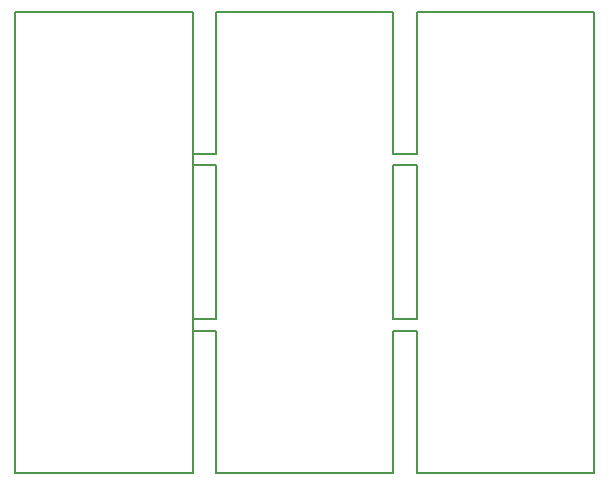
<source format=gm1>
G04 #@! TF.FileFunction,Profile,NP*
%FSLAX46Y46*%
G04 Gerber Fmt 4.6, Leading zero omitted, Abs format (unit mm)*
G04 Created by KiCad (PCBNEW 4.0.2-4+6225~38~ubuntu15.10.1-stable) date Mon 28 Mar 2016 23:46:11 BST*
%MOMM*%
G01*
G04 APERTURE LIST*
%ADD10C,0.100000*%
%ADD11C,0.150000*%
G04 APERTURE END LIST*
D10*
D11*
X148000000Y-102000000D02*
X148000000Y-89000000D01*
X150000000Y-102000000D02*
X148000000Y-102000000D01*
X150000000Y-89000000D02*
X150000000Y-102000000D01*
X148000000Y-89000000D02*
X150000000Y-89000000D01*
X131000000Y-102000000D02*
X131000000Y-89000000D01*
X133000000Y-102000000D02*
X131000000Y-102000000D01*
X133000000Y-89000000D02*
X133000000Y-102000000D01*
X131000000Y-89000000D02*
X133000000Y-89000000D01*
X133000000Y-103000000D02*
X133000000Y-115000000D01*
X131000000Y-103000000D02*
X131000000Y-115000000D01*
X133000000Y-88000000D02*
X133000000Y-76000000D01*
X131000000Y-76000000D02*
X131000000Y-88000000D01*
X150000000Y-76000000D02*
X150000000Y-88000000D01*
X148000000Y-88000000D02*
X148000000Y-76000000D01*
X150000000Y-115000000D02*
X150000000Y-103000000D01*
X148000000Y-103000000D02*
X148000000Y-115000000D01*
X150000000Y-103000000D02*
X148000000Y-103000000D01*
X148000000Y-88000000D02*
X150000000Y-88000000D01*
X133000000Y-103000000D02*
X131000000Y-103000000D01*
X131000000Y-88000000D02*
X133000000Y-88000000D01*
X116000000Y-76000000D02*
X116000000Y-115000000D01*
X116000000Y-76000000D02*
X131000000Y-76000000D01*
X131000000Y-115000000D02*
X116000000Y-115000000D01*
X131000000Y-115000000D02*
X131000000Y-76000000D01*
X116000000Y-76000000D02*
X116000000Y-115000000D01*
X116000000Y-76000000D02*
X131000000Y-76000000D01*
X131000000Y-115000000D02*
X116000000Y-115000000D01*
X133000000Y-76000000D02*
X148000000Y-76000000D01*
X148000000Y-115000000D02*
X133000000Y-115000000D01*
X165000000Y-115000000D02*
X165000000Y-76000000D01*
X150000000Y-76000000D02*
X165000000Y-76000000D01*
X165000000Y-115000000D02*
X150000000Y-115000000D01*
M02*

</source>
